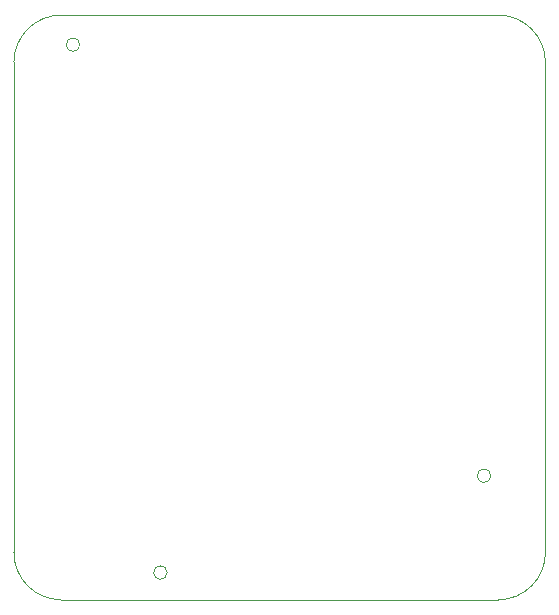
<source format=gbr>
%TF.GenerationSoftware,KiCad,Pcbnew,(6.0.4)*%
%TF.CreationDate,2022-08-25T17:00:53-03:00*%
%TF.ProjectId,rf-system-transmitter,72662d73-7973-4746-956d-2d7472616e73,rev?*%
%TF.SameCoordinates,Original*%
%TF.FileFunction,Profile,NP*%
%FSLAX46Y46*%
G04 Gerber Fmt 4.6, Leading zero omitted, Abs format (unit mm)*
G04 Created by KiCad (PCBNEW (6.0.4)) date 2022-08-25 17:00:53*
%MOMM*%
%LPD*%
G01*
G04 APERTURE LIST*
%TA.AperFunction,Profile*%
%ADD10C,0.100000*%
%TD*%
G04 APERTURE END LIST*
D10*
X58976000Y-69200000D02*
G75*
G03*
X58976000Y-69200000I-576000J0D01*
G01*
X50000000Y-22000000D02*
G75*
G03*
X46000000Y-26000000I0J-4000000D01*
G01*
X91000000Y-26000000D02*
X91000000Y-67500000D01*
X87000000Y-71500000D02*
X50000000Y-71500000D01*
X91000000Y-26000000D02*
G75*
G03*
X87000000Y-22000000I-4000000J0D01*
G01*
X51576000Y-24500000D02*
G75*
G03*
X51576000Y-24500000I-576000J0D01*
G01*
X46000000Y-67500000D02*
X46000000Y-26000000D01*
X46000000Y-67500000D02*
G75*
G03*
X50000000Y-71500000I4000000J0D01*
G01*
X50000000Y-22000000D02*
X87000000Y-22000000D01*
X86376000Y-61000000D02*
G75*
G03*
X86376000Y-61000000I-576000J0D01*
G01*
X87000000Y-71500000D02*
G75*
G03*
X91000000Y-67500000I0J4000000D01*
G01*
M02*

</source>
